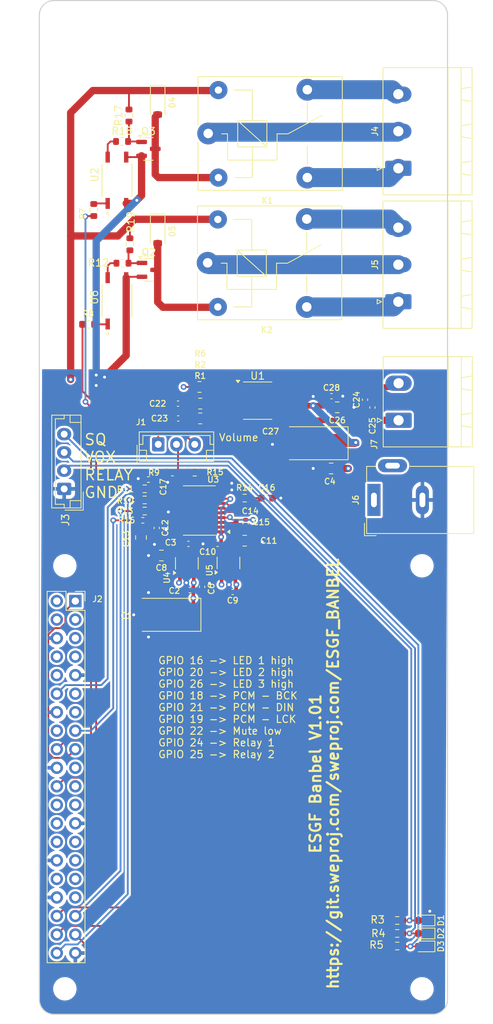
<source format=kicad_pcb>
(kicad_pcb
	(version 20240108)
	(generator "pcbnew")
	(generator_version "8.0")
	(general
		(thickness 1.6)
		(legacy_teardrops no)
	)
	(paper "A4")
	(title_block
		(title "ESGF_BANBEL")
		(date "2024-11-16")
		(rev "1.01")
		(company "SweProj.com")
	)
	(layers
		(0 "F.Cu" signal)
		(1 "In1.Cu" signal)
		(2 "In2.Cu" signal)
		(31 "B.Cu" signal)
		(32 "B.Adhes" user "B.Adhesive")
		(33 "F.Adhes" user "F.Adhesive")
		(34 "B.Paste" user)
		(35 "F.Paste" user)
		(36 "B.SilkS" user "B.Silkscreen")
		(37 "F.SilkS" user "F.Silkscreen")
		(38 "B.Mask" user)
		(39 "F.Mask" user)
		(40 "Dwgs.User" user "User.Drawings")
		(41 "Cmts.User" user "User.Comments")
		(42 "Eco1.User" user "User.Eco1")
		(43 "Eco2.User" user "User.Eco2")
		(44 "Edge.Cuts" user)
		(45 "Margin" user)
		(46 "B.CrtYd" user "B.Courtyard")
		(47 "F.CrtYd" user "F.Courtyard")
		(48 "B.Fab" user)
		(49 "F.Fab" user)
	)
	(setup
		(stackup
			(layer "F.SilkS"
				(type "Top Silk Screen")
			)
			(layer "F.Paste"
				(type "Top Solder Paste")
			)
			(layer "F.Mask"
				(type "Top Solder Mask")
				(thickness 0.01)
			)
			(layer "F.Cu"
				(type "copper")
				(thickness 0.035)
			)
			(layer "dielectric 1"
				(type "prepreg")
				(thickness 0.1)
				(material "FR4")
				(epsilon_r 4.5)
				(loss_tangent 0.02)
			)
			(layer "In1.Cu"
				(type "copper")
				(thickness 0.035)
			)
			(layer "dielectric 2"
				(type "core")
				(thickness 1.24)
				(material "FR4")
				(epsilon_r 4.5)
				(loss_tangent 0.02)
			)
			(layer "In2.Cu"
				(type "copper")
				(thickness 0.035)
			)
			(layer "dielectric 3"
				(type "prepreg")
				(thickness 0.1)
				(material "FR4")
				(epsilon_r 4.5)
				(loss_tangent 0.02)
			)
			(layer "B.Cu"
				(type "copper")
				(thickness 0.035)
			)
			(layer "B.Mask"
				(type "Bottom Solder Mask")
				(thickness 0.01)
			)
			(layer "B.Paste"
				(type "Bottom Solder Paste")
			)
			(layer "B.SilkS"
				(type "Bottom Silk Screen")
			)
			(copper_finish "None")
			(dielectric_constraints no)
		)
		(pad_to_mask_clearance 0.051)
		(solder_mask_min_width 0.25)
		(allow_soldermask_bridges_in_footprints no)
		(pcbplotparams
			(layerselection 0x00010fc_ffffffff)
			(plot_on_all_layers_selection 0x0000000_00000000)
			(disableapertmacros no)
			(usegerberextensions no)
			(usegerberattributes no)
			(usegerberadvancedattributes no)
			(creategerberjobfile no)
			(dashed_line_dash_ratio 12.000000)
			(dashed_line_gap_ratio 3.000000)
			(svgprecision 4)
			(plotframeref no)
			(viasonmask no)
			(mode 1)
			(useauxorigin no)
			(hpglpennumber 1)
			(hpglpenspeed 20)
			(hpglpendiameter 15.000000)
			(pdf_front_fp_property_popups yes)
			(pdf_back_fp_property_popups yes)
			(dxfpolygonmode yes)
			(dxfimperialunits yes)
			(dxfusepcbnewfont yes)
			(psnegative no)
			(psa4output no)
			(plotreference yes)
			(plotvalue yes)
			(plotfptext yes)
			(plotinvisibletext no)
			(sketchpadsonfab no)
			(subtractmaskfromsilk no)
			(outputformat 1)
			(mirror no)
			(drillshape 0)
			(scaleselection 1)
			(outputdirectory "RPII2S-gerber")
		)
	)
	(net 0 "")
	(net 1 "GND")
	(net 2 "GPIO25")
	(net 3 "GPIO8")
	(net 4 "Net-(D1-A)")
	(net 5 "GPIO18")
	(net 6 "GPIO21")
	(net 7 "GPIO19")
	(net 8 "Net-(D2-A)")
	(net 9 "GPIO22")
	(net 10 "Net-(D3-A)")
	(net 11 "+3.3VA")
	(net 12 "GPIO16")
	(net 13 "GPIO26")
	(net 14 "GPIO20")
	(net 15 "+3V3")
	(net 16 "+5V")
	(net 17 "unconnected-(J2-Pin_3-Pad3)")
	(net 18 "unconnected-(J2-Pin_8-Pad8)")
	(net 19 "unconnected-(J2-Pin_29-Pad29)")
	(net 20 "GPIO6")
	(net 21 "GPIO13")
	(net 22 "GPIO17")
	(net 23 "GPIO27")
	(net 24 "GPIO23")
	(net 25 "GPIO24")
	(net 26 "GPIO10")
	(net 27 "GPIO09")
	(net 28 "GPIO11")
	(net 29 "GPIO7")
	(net 30 "unconnected-(J2-Pin_27-Pad27)")
	(net 31 "unconnected-(J2-Pin_5-Pad5)")
	(net 32 "unconnected-(J2-Pin_7-Pad7)")
	(net 33 "unconnected-(J2-Pin_10-Pad10)")
	(net 34 "unconnected-(J2-Pin_28-Pad28)")
	(net 35 "unconnected-(J2-Pin_32-Pad32)")
	(net 36 "Net-(U3-LDOO)")
	(net 37 "Net-(U3-CPGND)")
	(net 38 "Net-(U3-VNEG)")
	(net 39 "Net-(U3-CAPM)")
	(net 40 "Net-(U3-CAPP)")
	(net 41 "Net-(C16-Pad1)")
	(net 42 "Net-(U3-DIN)")
	(net 43 "Net-(U3-BCK)")
	(net 44 "Net-(U3-SCK)")
	(net 45 "Net-(U3-LRCK)")
	(net 46 "Net-(U3-OUTR)")
	(net 47 "Net-(U3-OUTL)")
	(net 48 "unconnected-(U4-NC-Pad4)")
	(net 49 "unconnected-(U5-NC-Pad4)")
	(net 50 "Net-(U3-XSMT)")
	(net 51 "Net-(J1-Pin_2)")
	(net 52 "Net-(C22-Pad2)")
	(net 53 "Net-(J1-Pin_1)")
	(net 54 "Net-(J1-Pin_3)")
	(net 55 "Net-(C23-Pad2)")
	(net 56 "Net-(U1-IN-)")
	(net 57 "Net-(U1-IN+)")
	(net 58 "Net-(U1-~{SD})")
	(net 59 "unconnected-(U1-NC-Pad2)")
	(net 60 "Net-(D4-A)")
	(net 61 "Net-(D5-A)")
	(net 62 "Net-(R7-Pad2)")
	(net 63 "Net-(R8-Pad2)")
	(net 64 "Net-(J4-Pin_3)")
	(net 65 "Net-(J4-Pin_1)")
	(net 66 "Net-(J4-Pin_2)")
	(net 67 "Net-(J5-Pin_3)")
	(net 68 "Net-(J5-Pin_2)")
	(net 69 "Net-(J5-Pin_1)")
	(net 70 "Net-(J7-Pin_2)")
	(net 71 "Net-(J7-Pin_1)")
	(net 72 "+3V3P")
	(net 73 "unconnected-(J6-Pad3)")
	(net 74 "Net-(R12-Pad1)")
	(net 75 "Net-(R18-Pad1)")
	(net 76 "Net-(Q2-B)")
	(net 77 "Net-(Q3-B)")
	(footprint "Capacitor_SMD:C_0805_2012Metric" (layer "F.Cu") (at 103.2995 83.058 180))
	(footprint "MountingHole:MountingHole_2.7mm_M2.5" (layer "F.Cu") (at 66.768 96.4042))
	(footprint "MountingHole:MountingHole_2.7mm_M2.5" (layer "F.Cu") (at 115.768 154.4042))
	(footprint "MountingHole:MountingHole_2.7mm_M2.5" (layer "F.Cu") (at 115.768 96.4042))
	(footprint "Connector_PinSocket_2.54mm:PinSocket_2x20_P2.54mm_Vertical" (layer "F.Cu") (at 68.203 101.2392))
	(footprint "MountingHole:MountingHole_2.7mm_M2.5" (layer "F.Cu") (at 66.768 154.4042))
	(footprint "Capacitor_SMD:C_0402_1005Metric" (layer "F.Cu") (at 85.598 99.291 90))
	(footprint "LED_SMD:LED_0603_1608Metric" (layer "F.Cu") (at 116.0525 146.812 180))
	(footprint "Resistor_SMD:R_0603_1608Metric" (layer "F.Cu") (at 112.3696 145.034 180))
	(footprint "Resistor_SMD:R_0603_1608Metric" (layer "F.Cu") (at 112.3696 146.812 180))
	(footprint "Resistor_SMD:R_0603_1608Metric" (layer "F.Cu") (at 112.3696 148.5392 180))
	(footprint "Capacitor_Tantalum_SMD:CP_EIA-7343-40_Kemet-Y" (layer "F.Cu") (at 81.026 103.124 180))
	(footprint "LED_SMD:LED_0603_1608Metric" (layer "F.Cu") (at 116.0525 145.034 180))
	(footprint "LED_SMD:LED_0603_1608Metric" (layer "F.Cu") (at 116.0525 148.59 180))
	(footprint "Diode_SMD:D_SOD-123" (layer "F.Cu") (at 79.502 32.894 -90))
	(footprint "Resistor_SMD:R_0603_1608Metric" (layer "F.Cu") (at 69.9638 63.2968))
	(footprint "Resistor_SMD:R_0603_1608Metric" (layer "F.Cu") (at 77.724 88.9))
	(footprint "Capacitor_SMD:C_0402_1005Metric" (layer "F.Cu") (at 87.729 93.3958 180))
	(footprint "Resistor_SMD:R_0603_1608Metric" (layer "F.Cu") (at 84.582 83.566 180))
	(footprint "Capacitor_SMD:C_0402_1005Metric" (layer "F.Cu") (at 83.721 93.3958))
	(footprint "Resistor_SMD:R_0603_1608Metric" (layer "F.Cu") (at 75.565 34.671 90))
	(footprint "Resistor_SMD:R_0805_2012Metric" (layer "F.Cu") (at 85.344 74.168))
	(footprint "Package_TO_SOT_SMD:SOT-23-5" (layer "F.Cu") (at 89.215 96.012 90))
	(footprint "Connector_JST:JST_EH_B4B-EH-A_1x04_P2.50mm_Vertical" (layer "F.Cu") (at 66.675 85.859 90))
	(footprint "Connector_JST:JST_EH_B3B-EH-A_1x03_P2.50mm_Vertical" (layer "F.Cu") (at 79.582 79.756))
	(footprint "Resistor_SMD:R_0603_1608Metric" (layer "F.Cu") (at 91.44 87.122))
	(footprint "Capacitor_SMD:C_0603_1608Metric" (layer "F.Cu") (at 94.488 87.122))
	(footprint "Package_SO:TSSOP-20_4.4x6.5mm_P0.65mm" (layer "F.Cu") (at 85.217 88.8238 180))
	(footprint "Capacitor_SMD:C_0402_1005Metric" (layer "F.Cu") (at 107.95 73.632 90))
	(footprint "Capacitor_SMD:C_0402_1005Metric" (layer "F.Cu") (at 83.919 99.7458 180))
	(footprint "Capacitor_Tantalum_SMD:CP_EIA-7343-40_Kemet-Y" (layer "F.Cu") (at 101.217 79.602 180))
	(footprint "Resistor_SMD:R_0805_2012Metric" (layer "F.Cu") (at 85.2405 71.882))
	(footprint "Package_TO_SOT_SMD:SOT-23-5" (layer "F.Cu") (at 83.505 96.0683 90))
	(footprint "Resistor_SMD:R_0402_1005Metric" (layer "F.Cu") (at 77.47 90.17 180))
	(footprint "Resistor_SMD:R_0603_1608Metric" (layer "F.Cu") (at 77.722 87.376))
	(footprint "MountingHole:MountingHole_2.7mm_M2.5" (layer "F.Cu") (at 115.768 22.4042))
	(footprint "Package_SO:SOP-8_3.9x4.9mm_P1.27mm" (layer "F.Cu") (at 93.218 73.7616))
	(footprint "ESGF:OPTO_EL357N-G" (layer "F.Cu") (at 73.914 60.0784 90))
	(footprint "Connector_Phoenix_MSTB:PhoenixContact_MSTBA_2,5_3-G-5,08_1x03_P5.08mm_Horizontal"
		(layer "F.Cu")
		(uuid "73094ac1-d1b7-4559-84e7-c4888f759e37")
		(at 112.522 60.198 90)
		(descr "Generic Phoenix Contact connector footprint for: MSTBA_2,5/3-G-5,08; number of pins: 03; pin pitch: 5.08mm; Angled || order number: 1757255 12A || order number: 1923872 16A (HC)")
		(tags "phoenix_contact connector MSTBA_01x03_G_5.08mm")
		(property "Reference" "J5"
			(at 5.08 -3.2 90)
			(layer "F.SilkS")
			(uuid "eb457708-ce1e-4340-944f-a8d10974dbfe")
			(effects
				(font
					(size 0.8 0.8)
					(thickness 0.15)
				)
			)
		)
		(property "Value" "Conn_01x03"
			(at 5.08 11.2 90)
			(layer "F.Fab")
			(uuid "e525c25c-5ac7-4d42-aceb-661fa15696b7")
			(effects
				(font
					(size 1 1)
					(thickness 0.15)
				)
			)
		)
		(property "Footprint" "Connector_Phoenix_MSTB:PhoenixContact_MSTBA_2,5_3-G-5,08_1x03_P5.08mm_Horizontal"
			(at 0 0 90)
			(unlocked yes)
			(layer "F.Fab")
			(hide yes)
			(uuid "7ead2151-5bf5-4973-b4c4-af9d98c56347")
			(effects
				(font
					(size 1.27 1.27)
					(thickness 0.15)
				)
			)
		)
		(property "Datasheet" ""
			(at 0 0 90)
			(unlocked yes)
			(layer "F.Fab")
			(hide yes)
			(uuid "ff705aa6-0d57-41b5-87c7-87c24a2b7ec6")
			(effects
				(font
					(size 1.27 1.27)
					(thickness 0.15)
				)
			)
		)
		(property "Description" "Generic connector, single row, 01x03, script generated (kicad-library-utils/schlib/autogen/connector/)"
			(at 0 0 90)
			(unlocked yes)
			(layer "F.Fab")
			(hide yes)
			(uuid "962905bd-bb34-44f8-b3c2-534b66e3f46f")
			(effects
				(font
					(size 1.27 1.27)
					(thickness 0.15)
				)
			)
		)
		(property "LCSC" "C5183941"
			(at 0 0 90)
			(unlocked yes)
			(layer "F.Fab")
			(hide yes)
			(uuid "9c1054c9-561d-49bd-a558-c1557b9aefaa")
			(effects
				(font
					(size 1 1)
					(thickness 0.15)
				)
			)
		)
		(property ki_fp_filters "Connector*:*_1x??_*")
		(path "/3a99f0d1-22da-416a-866e-c18ee8752550")
		(sheetname "Root")
		(sheetfile "BANBEL.kicad_sch")
		(attr through_hole)
		(fp_line
			(start 0.3 -2.91)
			(end 0 -2.31)
			(stroke
				(width 0.12)
				(type solid)
			)
			(layer "F.SilkS")
			(uuid "c9d51a5c-7372
... [591783 chars truncated]
</source>
